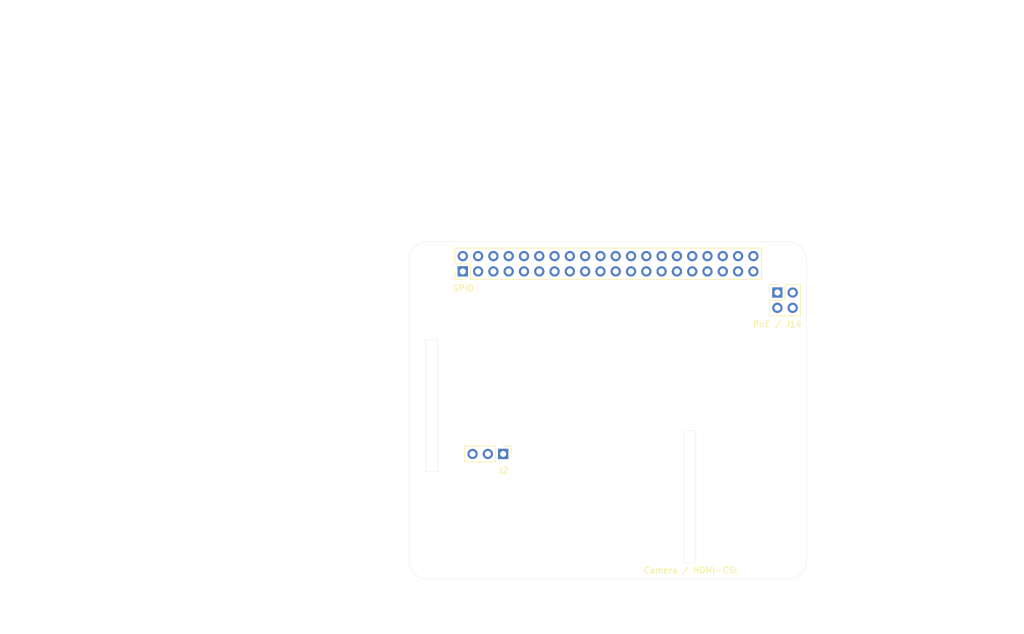
<source format=kicad_pcb>
(kicad_pcb (version 20171130) (host pcbnew "(5.1.6)-1")

  (general
    (thickness 1.6002)
    (drawings 23)
    (tracks 0)
    (zones 0)
    (modules 7)
    (nets 1)
  )

  (page A4)
  (title_block
    (rev 1)
  )

  (layers
    (0 Front signal)
    (1 In1.Cu signal)
    (2 In2.Cu signal)
    (31 Back signal)
    (34 B.Paste user)
    (35 F.Paste user)
    (36 B.SilkS user)
    (37 F.SilkS user)
    (38 B.Mask user)
    (39 F.Mask user)
    (44 Edge.Cuts user)
    (45 Margin user)
    (46 B.CrtYd user)
    (47 F.CrtYd user)
    (49 F.Fab user)
  )

  (setup
    (last_trace_width 0.127)
    (user_trace_width 0.15)
    (user_trace_width 0.2)
    (user_trace_width 0.4)
    (user_trace_width 0.6)
    (trace_clearance 0.127)
    (zone_clearance 0.508)
    (zone_45_only no)
    (trace_min 0.127)
    (via_size 0.6)
    (via_drill 0.3)
    (via_min_size 0.6)
    (via_min_drill 0.3)
    (user_via 0.6 0.3)
    (user_via 0.9 0.4)
    (uvia_size 0.6858)
    (uvia_drill 0.3302)
    (uvias_allowed no)
    (uvia_min_size 0)
    (uvia_min_drill 0)
    (edge_width 0.0381)
    (segment_width 0.254)
    (pcb_text_width 0.3048)
    (pcb_text_size 1.524 1.524)
    (mod_edge_width 0.1524)
    (mod_text_size 0.8128 0.8128)
    (mod_text_width 0.1524)
    (pad_size 1.524 1.524)
    (pad_drill 0.762)
    (pad_to_mask_clearance 0)
    (solder_mask_min_width 0.12)
    (aux_axis_origin 0 0)
    (grid_origin 50.22 35.51)
    (visible_elements 7FFFFFFF)
    (pcbplotparams
      (layerselection 0x010fc_ffffffff)
      (usegerberextensions false)
      (usegerberattributes false)
      (usegerberadvancedattributes false)
      (creategerberjobfile false)
      (excludeedgelayer true)
      (linewidth 0.152400)
      (plotframeref false)
      (viasonmask false)
      (mode 1)
      (useauxorigin false)
      (hpglpennumber 1)
      (hpglpenspeed 20)
      (hpglpendiameter 15.000000)
      (psnegative false)
      (psa4output false)
      (plotreference true)
      (plotvalue false)
      (plotinvisibletext false)
      (padsonsilk true)
      (subtractmaskfromsilk true)
      (outputformat 1)
      (mirror false)
      (drillshape 0)
      (scaleselection 1)
      (outputdirectory "./gerbers"))
  )

  (net 0 "")

  (net_class Default "This is the default net class."
    (clearance 0.127)
    (trace_width 0.127)
    (via_dia 0.6)
    (via_drill 0.3)
    (uvia_dia 0.6858)
    (uvia_drill 0.3302)
    (diff_pair_width 0.1524)
    (diff_pair_gap 0.254)
  )

  (module Mounting_Holes:MountingHole_2.7mm (layer Front) (tedit 56D1B4CB) (tstamp 5F4E9D0E)
    (at 176.88 123.73)
    (descr "Mounting Hole 2.7mm, no annular")
    (tags "mounting hole 2.7mm no annular")
    (attr virtual)
    (fp_text reference REF** (at 5.42 4.59) (layer F.SilkS) hide
      (effects (font (size 1 1) (thickness 0.15)))
    )
    (fp_text value MountingHole_2.7mm (at 0.23 9.01) (layer F.Fab)
      (effects (font (size 1 1) (thickness 0.15)))
    )
    (fp_circle (center 0 0) (end 2.7 0) (layer Cmts.User) (width 0.15))
    (fp_circle (center 0 0) (end 2.95 0) (layer F.CrtYd) (width 0.05))
    (pad 1 np_thru_hole circle (at 0 0) (size 2.7 2.7) (drill 2.7) (layers *.Cu *.Mask))
  )

  (module Mounting_Holes:MountingHole_2.7mm (layer Front) (tedit 56D1B4CB) (tstamp 5F4E9CEE)
    (at 176.89 74.94)
    (descr "Mounting Hole 2.7mm, no annular")
    (tags "mounting hole 2.7mm no annular")
    (attr virtual)
    (fp_text reference REF** (at 4.06 -5.37) (layer F.SilkS) hide
      (effects (font (size 1 1) (thickness 0.15)))
    )
    (fp_text value MountingHole_2.7mm (at 3.48 -10.83) (layer F.Fab)
      (effects (font (size 1 1) (thickness 0.15)))
    )
    (fp_circle (center 0 0) (end 2.95 0) (layer F.CrtYd) (width 0.05))
    (fp_circle (center 0 0) (end 2.7 0) (layer Cmts.User) (width 0.15))
    (pad 1 np_thru_hole circle (at 0 0) (size 2.7 2.7) (drill 2.7) (layers *.Cu *.Mask))
  )

  (module Mounting_Holes:MountingHole_2.7mm (layer Front) (tedit 56D1B4CB) (tstamp 5F4E9CBB)
    (at 118.11 74.93)
    (descr "Mounting Hole 2.7mm, no annular")
    (tags "mounting hole 2.7mm no annular")
    (attr virtual)
    (fp_text reference REF** (at -8.39 -3.63) (layer F.SilkS) hide
      (effects (font (size 1 1) (thickness 0.15)))
    )
    (fp_text value MountingHole_2.7mm (at 0.47 -12.07) (layer F.Fab)
      (effects (font (size 1 1) (thickness 0.15)))
    )
    (fp_circle (center 0 0) (end 2.7 0) (layer Cmts.User) (width 0.15))
    (fp_circle (center 0 0) (end 2.95 0) (layer F.CrtYd) (width 0.05))
    (pad 1 np_thru_hole circle (at 0 0) (size 2.7 2.7) (drill 2.7) (layers *.Cu *.Mask))
  )

  (module Mounting_Holes:MountingHole_2.7mm (layer Front) (tedit 56D1B4CB) (tstamp 5F4E7E73)
    (at 118.1 123.71)
    (descr "Mounting Hole 2.7mm, no annular")
    (tags "mounting hole 2.7mm no annular")
    (attr virtual)
    (fp_text reference REF** (at -8.39 -3.63) (layer F.SilkS) hide
      (effects (font (size 1 1) (thickness 0.15)))
    )
    (fp_text value MountingHole_2.7mm (at -0.72 9.28) (layer F.Fab)
      (effects (font (size 1 1) (thickness 0.15)))
    )
    (fp_circle (center 0 0) (end 2.95 0) (layer F.CrtYd) (width 0.05))
    (fp_circle (center 0 0) (end 2.7 0) (layer Cmts.User) (width 0.15))
    (pad 1 np_thru_hole circle (at 0 0) (size 2.7 2.7) (drill 2.7) (layers *.Cu *.Mask))
  )

  (module Pin_Headers:Pin_Header_Straight_1x03_Pitch2.54mm (layer Front) (tedit 59650532) (tstamp 5F4E770A)
    (at 130.1 106.61 270)
    (descr "Through hole straight pin header, 1x03, 2.54mm pitch, single row")
    (tags "Through hole pin header THT 1x03 2.54mm single row")
    (fp_text reference J2 (at 2.76 0.02) (layer F.SilkS)
      (effects (font (size 1 1) (thickness 0.15)))
    )
    (fp_text value Pin_Header_Straight_1x03_Pitch2.54mm (at 29.06 3.36 180) (layer F.Fab)
      (effects (font (size 1 1) (thickness 0.15)))
    )
    (fp_line (start -0.635 -1.27) (end 1.27 -1.27) (layer F.Fab) (width 0.1))
    (fp_line (start 1.27 -1.27) (end 1.27 6.35) (layer F.Fab) (width 0.1))
    (fp_line (start 1.27 6.35) (end -1.27 6.35) (layer F.Fab) (width 0.1))
    (fp_line (start -1.27 6.35) (end -1.27 -0.635) (layer F.Fab) (width 0.1))
    (fp_line (start -1.27 -0.635) (end -0.635 -1.27) (layer F.Fab) (width 0.1))
    (fp_line (start -1.33 6.41) (end 1.33 6.41) (layer F.SilkS) (width 0.12))
    (fp_line (start -1.33 1.27) (end -1.33 6.41) (layer F.SilkS) (width 0.12))
    (fp_line (start 1.33 1.27) (end 1.33 6.41) (layer F.SilkS) (width 0.12))
    (fp_line (start -1.33 1.27) (end 1.33 1.27) (layer F.SilkS) (width 0.12))
    (fp_line (start -1.33 0) (end -1.33 -1.33) (layer F.SilkS) (width 0.12))
    (fp_line (start -1.33 -1.33) (end 0 -1.33) (layer F.SilkS) (width 0.12))
    (fp_line (start -1.8 -1.8) (end -1.8 6.85) (layer F.CrtYd) (width 0.05))
    (fp_line (start -1.8 6.85) (end 1.8 6.85) (layer F.CrtYd) (width 0.05))
    (fp_line (start 1.8 6.85) (end 1.8 -1.8) (layer F.CrtYd) (width 0.05))
    (fp_line (start 1.8 -1.8) (end -1.8 -1.8) (layer F.CrtYd) (width 0.05))
    (fp_text user %R (at 7.62 27.94) (layer F.Fab)
      (effects (font (size 1 1) (thickness 0.15)))
    )
    (pad 1 thru_hole rect (at 0 0 270) (size 1.7 1.7) (drill 1) (layers *.Cu *.Mask))
    (pad 2 thru_hole oval (at 0 2.54 270) (size 1.7 1.7) (drill 1) (layers *.Cu *.Mask))
    (pad 3 thru_hole oval (at 0 5.08 270) (size 1.7 1.7) (drill 1) (layers *.Cu *.Mask))
    (model ${KISYS3DMOD}/Pin_Headers.3dshapes/Pin_Header_Straight_1x03_Pitch2.54mm.wrl
      (at (xyz 0 0 0))
      (scale (xyz 1 1 1))
      (rotate (xyz 0 0 0))
    )
  )

  (module Pin_Headers:Pin_Header_Straight_2x02_Pitch2.54mm (layer Front) (tedit 59650532) (tstamp 5F4E76D3)
    (at 175.65 79.8)
    (descr "Through hole straight pin header, 2x02, 2.54mm pitch, double rows")
    (tags "Through hole pin header THT 2x02 2.54mm double row")
    (fp_text reference "PoE / J14" (at -0.02 5.26) (layer F.SilkS)
      (effects (font (size 1 1) (thickness 0.15)))
    )
    (fp_text value Pin_Header_Straight_2x02_Pitch2.54mm (at 25.84 1.43) (layer F.Fab)
      (effects (font (size 1 1) (thickness 0.15)))
    )
    (fp_line (start 0 -1.27) (end 3.81 -1.27) (layer F.Fab) (width 0.1))
    (fp_line (start 3.81 -1.27) (end 3.81 3.81) (layer F.Fab) (width 0.1))
    (fp_line (start 3.81 3.81) (end -1.27 3.81) (layer F.Fab) (width 0.1))
    (fp_line (start -1.27 3.81) (end -1.27 0) (layer F.Fab) (width 0.1))
    (fp_line (start -1.27 0) (end 0 -1.27) (layer F.Fab) (width 0.1))
    (fp_line (start -1.33 3.87) (end 3.87 3.87) (layer F.SilkS) (width 0.12))
    (fp_line (start -1.33 1.27) (end -1.33 3.87) (layer F.SilkS) (width 0.12))
    (fp_line (start 3.87 -1.33) (end 3.87 3.87) (layer F.SilkS) (width 0.12))
    (fp_line (start -1.33 1.27) (end 1.27 1.27) (layer F.SilkS) (width 0.12))
    (fp_line (start 1.27 1.27) (end 1.27 -1.33) (layer F.SilkS) (width 0.12))
    (fp_line (start 1.27 -1.33) (end 3.87 -1.33) (layer F.SilkS) (width 0.12))
    (fp_line (start -1.33 0) (end -1.33 -1.33) (layer F.SilkS) (width 0.12))
    (fp_line (start -1.33 -1.33) (end 0 -1.33) (layer F.SilkS) (width 0.12))
    (fp_line (start -1.8 -1.8) (end -1.8 4.35) (layer F.CrtYd) (width 0.05))
    (fp_line (start -1.8 4.35) (end 4.35 4.35) (layer F.CrtYd) (width 0.05))
    (fp_line (start 4.35 4.35) (end 4.35 -1.8) (layer F.CrtYd) (width 0.05))
    (fp_line (start 4.35 -1.8) (end -1.8 -1.8) (layer F.CrtYd) (width 0.05))
    (fp_text user %R (at 0.21 -16.45 90) (layer F.Fab)
      (effects (font (size 1 1) (thickness 0.15)))
    )
    (pad 1 thru_hole rect (at 0 0) (size 1.7 1.7) (drill 1) (layers *.Cu *.Mask))
    (pad 2 thru_hole oval (at 2.54 0) (size 1.7 1.7) (drill 1) (layers *.Cu *.Mask))
    (pad 3 thru_hole oval (at 0 2.54) (size 1.7 1.7) (drill 1) (layers *.Cu *.Mask))
    (pad 4 thru_hole oval (at 2.54 2.54) (size 1.7 1.7) (drill 1) (layers *.Cu *.Mask))
    (model ${KISYS3DMOD}/Pin_Headers.3dshapes/Pin_Header_Straight_2x02_Pitch2.54mm.wrl
      (at (xyz 0 0 0))
      (scale (xyz 1 1 1))
      (rotate (xyz 0 0 0))
    )
  )

  (module Pin_Headers:Pin_Header_Straight_2x20_Pitch2.54mm (layer Front) (tedit 59650533) (tstamp 5F4E7694)
    (at 123.4 76.29 90)
    (descr "Through hole straight pin header, 2x20, 2.54mm pitch, double rows")
    (tags "Through hole pin header THT 2x20 2.54mm double row")
    (fp_text reference GPIO (at -2.8 0.07) (layer F.SilkS)
      (effects (font (size 1 1) (thickness 0.15)))
    )
    (fp_text value Pin_Header_Straight_2x20_Pitch2.54mm (at 10.73 15.88 180) (layer F.Fab)
      (effects (font (size 1 1) (thickness 0.15)))
    )
    (fp_line (start 0 -1.27) (end 3.81 -1.27) (layer F.Fab) (width 0.1))
    (fp_line (start 3.81 -1.27) (end 3.81 49.53) (layer F.Fab) (width 0.1))
    (fp_line (start 3.81 49.53) (end -1.27 49.53) (layer F.Fab) (width 0.1))
    (fp_line (start -1.27 49.53) (end -1.27 0) (layer F.Fab) (width 0.1))
    (fp_line (start -1.27 0) (end 0 -1.27) (layer F.Fab) (width 0.1))
    (fp_line (start -1.33 49.59) (end 3.87 49.59) (layer F.SilkS) (width 0.12))
    (fp_line (start -1.33 1.27) (end -1.33 49.59) (layer F.SilkS) (width 0.12))
    (fp_line (start 3.87 -1.33) (end 3.87 49.59) (layer F.SilkS) (width 0.12))
    (fp_line (start -1.33 1.27) (end 1.27 1.27) (layer F.SilkS) (width 0.12))
    (fp_line (start 1.27 1.27) (end 1.27 -1.33) (layer F.SilkS) (width 0.12))
    (fp_line (start 1.27 -1.33) (end 3.87 -1.33) (layer F.SilkS) (width 0.12))
    (fp_line (start -1.33 0) (end -1.33 -1.33) (layer F.SilkS) (width 0.12))
    (fp_line (start -1.33 -1.33) (end 0 -1.33) (layer F.SilkS) (width 0.12))
    (fp_line (start -1.8 -1.8) (end -1.8 50.05) (layer F.CrtYd) (width 0.05))
    (fp_line (start -1.8 50.05) (end 4.35 50.05) (layer F.CrtYd) (width 0.05))
    (fp_line (start 4.35 50.05) (end 4.35 -1.8) (layer F.CrtYd) (width 0.05))
    (fp_line (start 4.35 -1.8) (end -1.8 -1.8) (layer F.CrtYd) (width 0.05))
    (fp_text user %R (at 9.14 0.01) (layer F.Fab)
      (effects (font (size 1 1) (thickness 0.15)))
    )
    (pad 1 thru_hole rect (at 0 0 90) (size 1.7 1.7) (drill 1) (layers *.Cu *.Mask))
    (pad 2 thru_hole oval (at 2.54 0 90) (size 1.7 1.7) (drill 1) (layers *.Cu *.Mask))
    (pad 3 thru_hole oval (at 0 2.54 90) (size 1.7 1.7) (drill 1) (layers *.Cu *.Mask))
    (pad 4 thru_hole oval (at 2.54 2.54 90) (size 1.7 1.7) (drill 1) (layers *.Cu *.Mask))
    (pad 5 thru_hole oval (at 0 5.08 90) (size 1.7 1.7) (drill 1) (layers *.Cu *.Mask))
    (pad 6 thru_hole oval (at 2.54 5.08 90) (size 1.7 1.7) (drill 1) (layers *.Cu *.Mask))
    (pad 7 thru_hole oval (at 0 7.62 90) (size 1.7 1.7) (drill 1) (layers *.Cu *.Mask))
    (pad 8 thru_hole oval (at 2.54 7.62 90) (size 1.7 1.7) (drill 1) (layers *.Cu *.Mask))
    (pad 9 thru_hole oval (at 0 10.16 90) (size 1.7 1.7) (drill 1) (layers *.Cu *.Mask))
    (pad 10 thru_hole oval (at 2.54 10.16 90) (size 1.7 1.7) (drill 1) (layers *.Cu *.Mask))
    (pad 11 thru_hole oval (at 0 12.7 90) (size 1.7 1.7) (drill 1) (layers *.Cu *.Mask))
    (pad 12 thru_hole oval (at 2.54 12.7 90) (size 1.7 1.7) (drill 1) (layers *.Cu *.Mask))
    (pad 13 thru_hole oval (at 0 15.24 90) (size 1.7 1.7) (drill 1) (layers *.Cu *.Mask))
    (pad 14 thru_hole oval (at 2.54 15.24 90) (size 1.7 1.7) (drill 1) (layers *.Cu *.Mask))
    (pad 15 thru_hole oval (at 0 17.78 90) (size 1.7 1.7) (drill 1) (layers *.Cu *.Mask))
    (pad 16 thru_hole oval (at 2.54 17.78 90) (size 1.7 1.7) (drill 1) (layers *.Cu *.Mask))
    (pad 17 thru_hole oval (at 0 20.32 90) (size 1.7 1.7) (drill 1) (layers *.Cu *.Mask))
    (pad 18 thru_hole oval (at 2.54 20.32 90) (size 1.7 1.7) (drill 1) (layers *.Cu *.Mask))
    (pad 19 thru_hole oval (at 0 22.86 90) (size 1.7 1.7) (drill 1) (layers *.Cu *.Mask))
    (pad 20 thru_hole oval (at 2.54 22.86 90) (size 1.7 1.7) (drill 1) (layers *.Cu *.Mask))
    (pad 21 thru_hole oval (at 0 25.4 90) (size 1.7 1.7) (drill 1) (layers *.Cu *.Mask))
    (pad 22 thru_hole oval (at 2.54 25.4 90) (size 1.7 1.7) (drill 1) (layers *.Cu *.Mask))
    (pad 23 thru_hole oval (at 0 27.94 90) (size 1.7 1.7) (drill 1) (layers *.Cu *.Mask))
    (pad 24 thru_hole oval (at 2.54 27.94 90) (size 1.7 1.7) (drill 1) (layers *.Cu *.Mask))
    (pad 25 thru_hole oval (at 0 30.48 90) (size 1.7 1.7) (drill 1) (layers *.Cu *.Mask))
    (pad 26 thru_hole oval (at 2.54 30.48 90) (size 1.7 1.7) (drill 1) (layers *.Cu *.Mask))
    (pad 27 thru_hole oval (at 0 33.02 90) (size 1.7 1.7) (drill 1) (layers *.Cu *.Mask))
    (pad 28 thru_hole oval (at 2.54 33.02 90) (size 1.7 1.7) (drill 1) (layers *.Cu *.Mask))
    (pad 29 thru_hole oval (at 0 35.56 90) (size 1.7 1.7) (drill 1) (layers *.Cu *.Mask))
    (pad 30 thru_hole oval (at 2.54 35.56 90) (size 1.7 1.7) (drill 1) (layers *.Cu *.Mask))
    (pad 31 thru_hole oval (at 0 38.1 90) (size 1.7 1.7) (drill 1) (layers *.Cu *.Mask))
    (pad 32 thru_hole oval (at 2.54 38.1 90) (size 1.7 1.7) (drill 1) (layers *.Cu *.Mask))
    (pad 33 thru_hole oval (at 0 40.64 90) (size 1.7 1.7) (drill 1) (layers *.Cu *.Mask))
    (pad 34 thru_hole oval (at 2.54 40.64 90) (size 1.7 1.7) (drill 1) (layers *.Cu *.Mask))
    (pad 35 thru_hole oval (at 0 43.18 90) (size 1.7 1.7) (drill 1) (layers *.Cu *.Mask))
    (pad 36 thru_hole oval (at 2.54 43.18 90) (size 1.7 1.7) (drill 1) (layers *.Cu *.Mask))
    (pad 37 thru_hole oval (at 0 45.72 90) (size 1.7 1.7) (drill 1) (layers *.Cu *.Mask))
    (pad 38 thru_hole oval (at 2.54 45.72 90) (size 1.7 1.7) (drill 1) (layers *.Cu *.Mask))
    (pad 39 thru_hole oval (at 0 48.26 90) (size 1.7 1.7) (drill 1) (layers *.Cu *.Mask))
    (pad 40 thru_hole oval (at 2.54 48.26 90) (size 1.7 1.7) (drill 1) (layers *.Cu *.Mask))
    (model ${KISYS3DMOD}/Pin_Headers.3dshapes/Pin_Header_Straight_2x20_Pitch2.54mm.wrl
      (at (xyz 0 0 0))
      (scale (xyz 1 1 1))
      (rotate (xyz 0 0 0))
    )
  )

  (gr_text "Camera / HDMI-CSI" (at 161.22 125.93) (layer F.SilkS)
    (effects (font (size 1 1) (thickness 0.15)))
  )
  (dimension 6.747592 (width 0.1524) (layer Cmts.User)
    (gr_text "6,748 mm" (at 60.258934 76.312677 353.1909498) (layer Cmts.User)
      (effects (font (size 1.016 1.016) (thickness 0.1524)))
    )
    (feature1 (pts (xy 63.3 79.3) (xy 63.521866 77.441876)))
    (feature2 (pts (xy 56.6 78.5) (xy 56.821866 76.641876)))
    (crossbar (pts (xy 56.752339 77.224161) (xy 63.452339 78.024161)))
    (arrow1a (pts (xy 63.452339 78.024161) (xy 62.264254 78.472886)))
    (arrow1b (pts (xy 63.452339 78.024161) (xy 62.403307 77.308317)))
    (arrow2a (pts (xy 56.752339 77.224161) (xy 57.801371 77.940005)))
    (arrow2b (pts (xy 56.752339 77.224161) (xy 57.940424 76.775436)))
  )
  (gr_line (start 160.11 102.72) (end 160.11 124.72) (layer Edge.Cuts) (width 0.0381) (tstamp 5F4E7E37))
  (gr_line (start 160.11 102.72) (end 162.11 102.72) (layer Edge.Cuts) (width 0.0381) (tstamp 5F4E7E36))
  (gr_line (start 162.11 102.72) (end 162.11 124.72) (layer Edge.Cuts) (width 0.0381) (tstamp 5F4E7E35))
  (gr_line (start 160.11 124.72) (end 162.11 124.72) (layer Edge.Cuts) (width 0.0381) (tstamp 5F4E7E34))
  (gr_line (start 117.26 109.59) (end 119.26 109.59) (layer Edge.Cuts) (width 0.0381) (tstamp 5F4E7D65))
  (gr_line (start 117.26 87.59) (end 117.26 109.59) (layer Edge.Cuts) (width 0.0381))
  (gr_line (start 119.26 87.59) (end 119.26 109.59) (layer Edge.Cuts) (width 0.0381))
  (gr_line (start 117.26 87.59) (end 119.26 87.59) (layer Edge.Cuts) (width 0.0381))
  (gr_line (start 71.97 72.57) (end 74.83 72.89) (layer Cmts.User) (width 0.1524))
  (gr_line (start 73.04 71.83) (end 71.97 72.57) (layer Cmts.User) (width 0.1524))
  (gr_line (start 71.33 72.1) (end 73.04 71.83) (layer Cmts.User) (width 0.1524))
  (dimension 2.869181 (width 0.1524) (layer Dwgs.User)
    (gr_text "2,869 mm" (at 73.823537 31.940878 -28.97702015) (layer Dwgs.User)
      (effects (font (size 1.016 1.016) (thickness 0.1524)))
    )
    (feature1 (pts (xy 69.31 37.13) (xy 72.212761 31.888323)))
    (feature2 (pts (xy 71.82 38.52) (xy 74.722761 33.278323)))
    (crossbar (pts (xy 74.438664 33.791332) (xy 71.928664 32.401332)))
    (arrow1a (pts (xy 71.928664 32.401332) (xy 73.198242 32.434068)))
    (arrow1b (pts (xy 71.928664 32.401332) (xy 72.630049 33.460086)))
    (arrow2a (pts (xy 74.438664 33.791332) (xy 73.737279 32.732578)))
    (arrow2b (pts (xy 74.438664 33.791332) (xy 73.169086 33.758596)))
  )
  (dimension 1.535513 (width 0.1524) (layer Dwgs.User)
    (gr_text "1,536 mm" (at 50.395179 31.96557 4.856603934) (layer Dwgs.User)
      (effects (font (size 1.016 1.016) (thickness 0.1524)))
    )
    (feature1 (pts (xy 51.76 38.96) (xy 51.222353 32.632312)))
    (feature2 (pts (xy 50.23 39.09) (xy 49.692353 32.762312)))
    (crossbar (pts (xy 49.742001 33.346628) (xy 51.272001 33.216628)))
    (arrow1a (pts (xy 51.272001 33.216628) (xy 50.199189 33.896316)))
    (arrow1b (pts (xy 51.272001 33.216628) (xy 50.099894 32.727685)))
    (arrow2a (pts (xy 49.742001 33.346628) (xy 50.914108 33.835571)))
    (arrow2b (pts (xy 49.742001 33.346628) (xy 50.814813 32.66694)))
  )
  (gr_line (start 180.49 124.337176) (end 180.49 74.322824) (layer Edge.Cuts) (width 0.0381) (tstamp 5F4E7BAE))
  (gr_line (start 117.482824 71.327176) (end 177.497176 71.33) (layer Edge.Cuts) (width 0.0381) (tstamp 5F4E7A47))
  (gr_line (start 114.49 124.337176) (end 114.49 74.32) (layer Edge.Cuts) (width 0.0381) (tstamp 5F4E7A3A))
  (gr_line (start 177.497176 127.33) (end 117.482824 127.33) (layer Edge.Cuts) (width 0.0381) (tstamp 5F4E7A2D))
  (gr_arc (start 117.482824 74.32) (end 117.482824 71.327176) (angle -90) (layer Edge.Cuts) (width 0.0381) (tstamp 5F4E7A05))
  (gr_arc (start 117.482824 124.337176) (end 114.49 124.337176) (angle -90) (layer Edge.Cuts) (width 0.0381) (tstamp 5F4E7A03))
  (gr_arc (start 177.497176 124.337176) (end 177.497176 127.33) (angle -90) (layer Edge.Cuts) (width 0.0381) (tstamp 5F4E7A00))
  (gr_arc (start 177.497176 74.322824) (end 180.49 74.322824) (angle -90) (layer Edge.Cuts) (width 0.0381))

)

</source>
